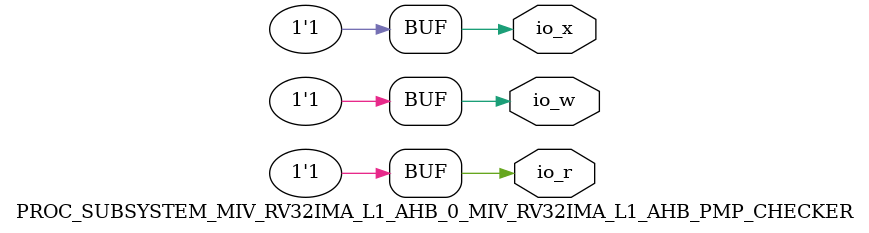
<source format=v>
`define RANDOMIZE
`timescale 1ns/10ps
module PROC_SUBSYSTEM_MIV_RV32IMA_L1_AHB_0_MIV_RV32IMA_L1_AHB_PMP_CHECKER(
  output  io_r,
  output  io_w,
  output  io_x
);
  assign io_r = 1'h1;
  assign io_w = 1'h1;
  assign io_x = 1'h1;
endmodule

</source>
